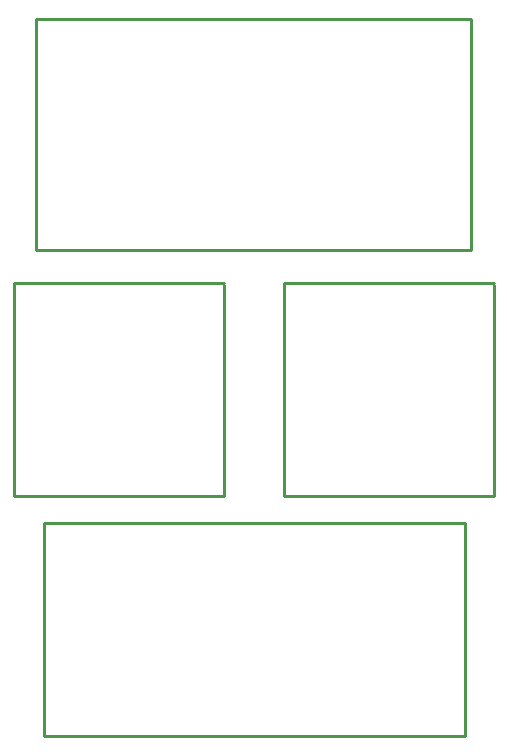
<source format=gto>
G04 Layer: TopSilkLayer*
G04 EasyEDA v6.4.7, 2021-04-23T08:58:56+01:00*
G04 f878487c93b54eac8d99160b99debade,c10319bd9b054561a6d5c4568292690b,NaN*
G04 Gerber Generator version 0.2*
G04 Scale: 100 percent, Rotated: No, Reflected: No *
G04 Dimensions in millimeters *
G04 leading zeros omitted , absolute positions ,3 integer and 3 decimal *
%FSLAX33Y33*%
%MOMM*%
G90*
D02*

%ADD10C,0.254000*%

%LPD*%
G54D10*
G01X41148Y62992D02*
G01X4445Y62992D01*
G01X4445Y43434D01*
G01X41275Y43434D01*
G01X41275Y62992D01*
G01X22860Y20320D02*
G01X22733Y20320D01*
G01X5080Y20320D01*
G01X5080Y2286D01*
G01X40767Y2286D01*
G01X40767Y20320D01*
G01X22860Y20320D01*
G01X43180Y40640D02*
G01X43053Y40640D01*
G01X25400Y40640D01*
G01X25400Y22606D01*
G01X43180Y22606D01*
G01X43180Y40513D01*
G01X20320Y40640D02*
G01X20193Y40640D01*
G01X2540Y40640D01*
G01X2540Y22606D01*
G01X20320Y22606D01*
G01X20320Y40513D01*
M00*
M02*

</source>
